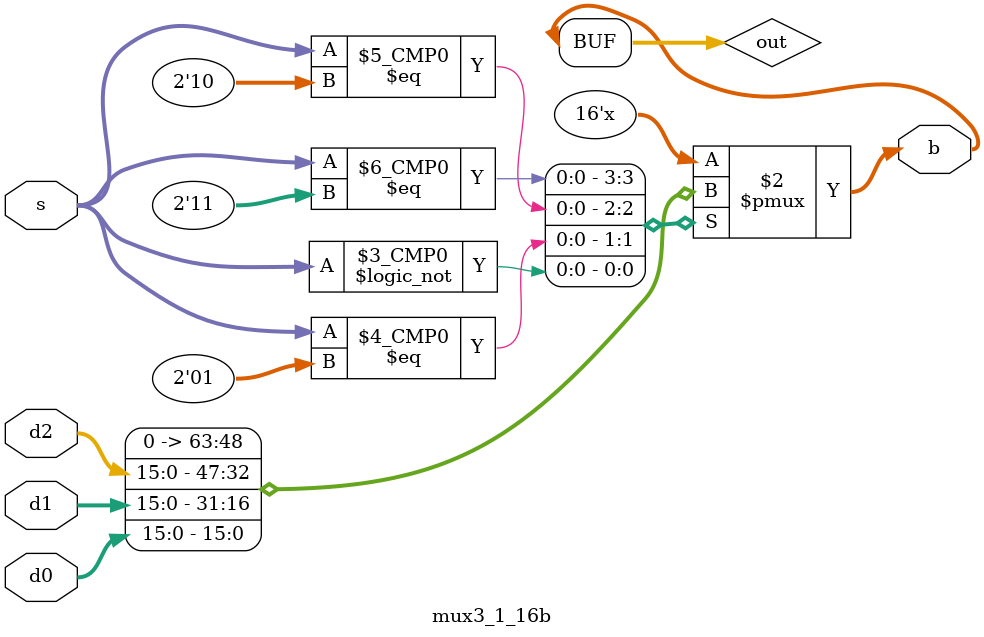
<source format=v>
module mux3_1_16b(d0, d1, d2, b, s);
	input [1:0] s;
	input [15:0] d0, d1, d2;
	output [15:0] b;

	reg [15:0] out;
	always @*case(s)
		2'b11 : out = 16'b0;
		2'b10 : out = d2;
		2'b01 : out = d1;
		2'b00 : out = d0;
	endcase
	
	assign b = out;
endmodule

</source>
